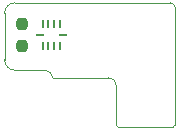
<source format=gts>
%TF.GenerationSoftware,KiCad,Pcbnew,(6.0.1)*%
%TF.CreationDate,2022-04-24T10:59:57-04:00*%
%TF.ProjectId,UV-Sensor,55562d53-656e-4736-9f72-2e6b69636164,rev?*%
%TF.SameCoordinates,Original*%
%TF.FileFunction,Soldermask,Top*%
%TF.FilePolarity,Negative*%
%FSLAX46Y46*%
G04 Gerber Fmt 4.6, Leading zero omitted, Abs format (unit mm)*
G04 Created by KiCad (PCBNEW (6.0.1)) date 2022-04-24 10:59:57*
%MOMM*%
%LPD*%
G01*
G04 APERTURE LIST*
G04 Aperture macros list*
%AMRoundRect*
0 Rectangle with rounded corners*
0 $1 Rounding radius*
0 $2 $3 $4 $5 $6 $7 $8 $9 X,Y pos of 4 corners*
0 Add a 4 corners polygon primitive as box body*
4,1,4,$2,$3,$4,$5,$6,$7,$8,$9,$2,$3,0*
0 Add four circle primitives for the rounded corners*
1,1,$1+$1,$2,$3*
1,1,$1+$1,$4,$5*
1,1,$1+$1,$6,$7*
1,1,$1+$1,$8,$9*
0 Add four rect primitives between the rounded corners*
20,1,$1+$1,$2,$3,$4,$5,0*
20,1,$1+$1,$4,$5,$6,$7,0*
20,1,$1+$1,$6,$7,$8,$9,0*
20,1,$1+$1,$8,$9,$2,$3,0*%
G04 Aperture macros list end*
%TA.AperFunction,Profile*%
%ADD10C,0.050000*%
%TD*%
%ADD11R,0.254800X0.706399*%
%ADD12R,0.706399X0.254800*%
%ADD13RoundRect,0.237500X0.237500X-0.250000X0.237500X0.250000X-0.237500X0.250000X-0.237500X-0.250000X0*%
G04 APERTURE END LIST*
D10*
X141287500Y-104587100D02*
X141287500Y-100650100D01*
X155714700Y-100142100D02*
X155714700Y-106746100D01*
X155714700Y-100142100D02*
G75*
G03*
X155333700Y-99761100I-380999J1D01*
G01*
X145351500Y-106111100D02*
G75*
G03*
X144716500Y-105476100I-634999J1D01*
G01*
X141287500Y-104587100D02*
G75*
G03*
X142176500Y-105476100I889000J0D01*
G01*
X150736300Y-106746100D02*
G75*
G03*
X150101300Y-106111100I-634999J1D01*
G01*
X150101300Y-106111100D02*
X145351500Y-106111100D01*
X142176500Y-99761100D02*
X155333700Y-99761100D01*
X142176500Y-99761100D02*
G75*
G03*
X141287500Y-100650100I0J-889000D01*
G01*
X144716500Y-105476100D02*
X142176500Y-105476100D01*
X155714700Y-106746100D02*
X155714700Y-110096100D01*
X150886300Y-110246100D02*
X155564700Y-110246100D01*
X150736300Y-106746100D02*
X150736300Y-110096100D01*
X155564700Y-110246100D02*
G75*
G03*
X155714700Y-110096100I0J150000D01*
G01*
X150736300Y-110096100D02*
G75*
G03*
X150886300Y-110246100I150000J0D01*
G01*
D11*
X144499999Y-103450100D03*
X145000000Y-103450100D03*
X145500000Y-103450100D03*
X146000001Y-103450100D03*
D12*
X146200100Y-102500000D03*
D11*
X146000001Y-101549900D03*
X145500000Y-101549900D03*
X145000000Y-101549900D03*
X144499999Y-101549900D03*
D12*
X144299900Y-102500000D03*
D13*
X142750000Y-103412500D03*
X142750000Y-101587500D03*
M02*

</source>
